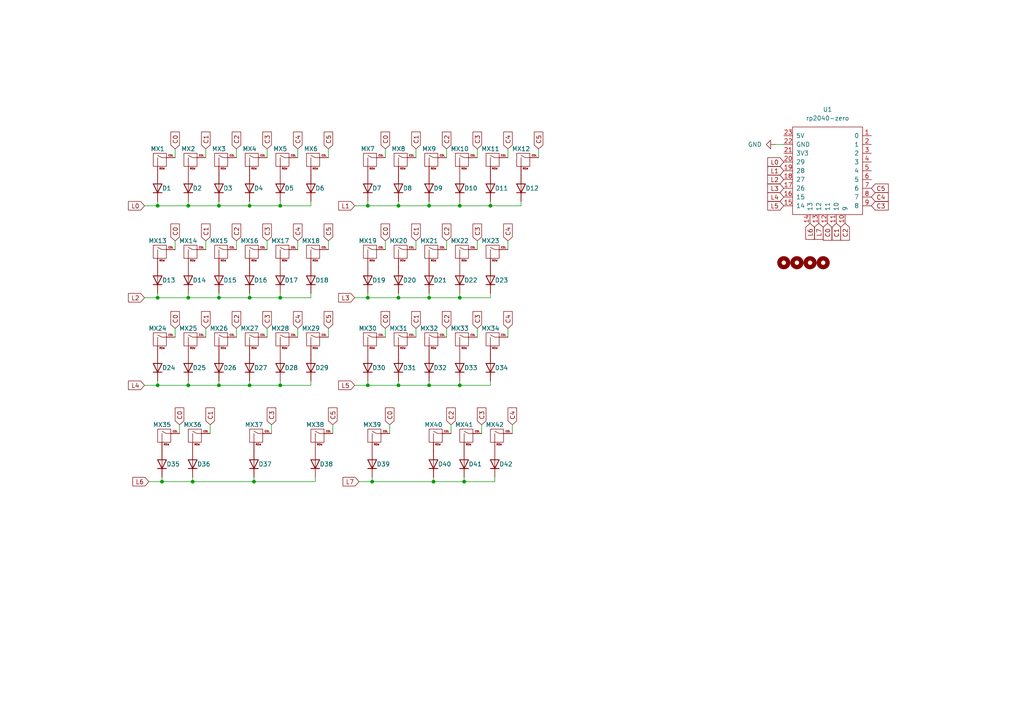
<source format=kicad_sch>
(kicad_sch (version 20230121) (generator eeschema)
  (paper "A4")
  (lib_symbols
    (symbol "Diode:1N4148" (pin_numbers hide) (pin_names hide)
      (property "Reference" "D" (at 0 2.54 0))
      (property "Value" "1N4148" (at 0 -2.54 0))
      (symbol "1N4148_0_1"
        (polyline (pts (xy -1.27 1.27) (xy -1.27 -1.27)) (stroke (width 0.254)))
        (polyline (pts (xy 1.27 0) (xy -1.27 0)))
        (polyline (pts (xy 1.27 1.27) (xy 1.27 -1.27) (xy -1.27 0) (xy 1.27 1.27)) (stroke (width 0.254)))
      )
      (symbol "1N4148_1_1"
        (pin passive line (at -3.81 0 0) (length 2.54) (name "K") (number "1"))
        (pin passive line (at 3.81 0 180) (length 2.54) (name "A") (number "2"))
      )
    )
    (symbol "Mechanical:MountingHole" (pin_names (offset 1.016))
      (property "Reference" "H" (at 0 5.08 0))
      (property "Value" "MountingHole" (at 0 3.175 0))
      (symbol "MountingHole_0_1"
        (circle (center 0 0) (radius 1.27) (stroke (width 1.27)))
      )
    )
    (symbol "PCM_0xcb:MX" (pin_names (offset 1.016))
      (property "Reference" "MX" (at -0.635 1.905 0))
      (property "Value" "MX" (at 0.635 0.635 0))
      (symbol "MX_1_0"
        (text "COL" (at 2.54 0.635 0) (effects (font (size 0.508 0.508))))
      )
      (symbol "MX_1_1"
        (polyline (pts (xy -1.27 -2.54) (xy -1.27 0)))
        (polyline (pts (xy 1.27 0) (xy 0 0) (xy -1.27 0.635)))
        (polyline (pts (xy -2.54 1.27) (xy 1.27 1.27) (xy 1.27 -2.54) (xy -2.54 -2.54) (xy -2.54 1.27)))
        (text "ROW" (at 0 -3.175 0) (effects (font (size 0.508 0.508))))
        (pin passive line (at 3.81 0 180) (length 2.54) (name "COL") (number "1"))
        (pin passive line (at -1.27 -5.08 90) (length 2.54) (name "ROW") (number "2"))
      )
    )
    (symbol "_mcu:rp2040-zero" (pin_names (offset 1.016))
      (property "Reference" "U" (at 0 15.24 0))
      (property "Value" "rp2040-zero" (at 0 12.7 0))
      (symbol "rp2040-zero_0_1"
        (rectangle (start -10.16 11.43) (end 10.16 -13.97))
      )
      (symbol "rp2040-zero_1_1"
        (pin bidirectional line (at 12.7 8.89 180) (length 2.54) (name "0") (number "1"))
        (pin bidirectional line (at 5.08 -16.51 90) (length 2.54) (name "9") (number "10"))
        (pin bidirectional line (at 2.54 -16.51 90) (length 2.54) (name "10") (number "11"))
        (pin bidirectional line (at 0 -16.51 90) (length 2.54) (name "11") (number "12"))
        (pin bidirectional line (at -2.54 -16.51 90) (length 2.54) (name "12") (number "13"))
        (pin bidirectional line (at -5.08 -16.51 90) (length 2.54) (name "13") (number "14"))
        (pin bidirectional line (at -12.7 -11.43 0) (length 2.54) (name "14") (number "15"))
        (pin bidirectional line (at -12.7 -8.89 0) (length 2.54) (name "15") (number "16"))
        (pin bidirectional line (at -12.7 -6.35 0) (length 2.54) (name "26") (number "17"))
        (pin bidirectional line (at -12.7 -3.81 0) (length 2.54) (name "27") (number "18"))
        (pin bidirectional line (at -12.7 -1.27 0) (length 2.54) (name "28") (number "19"))
        (pin bidirectional line (at 12.7 6.35 180) (length 2.54) (name "1") (number "2"))
        (pin bidirectional line (at -12.7 1.27 0) (length 2.54) (name "29") (number "20"))
        (pin power_out line (at -12.7 3.81 0) (length 2.54) (name "3V3") (number "21"))
        (pin power_out line (at -12.7 6.35 0) (length 2.54) (name "GND") (number "22"))
        (pin power_out line (at -12.7 8.89 0) (length 2.54) (name "5V") (number "23"))
        (pin bidirectional line (at 12.7 3.81 180) (length 2.54) (name "2") (number "3"))
        (pin bidirectional line (at 12.7 1.27 180) (length 2.54) (name "3") (number "4"))
        (pin bidirectional line (at 12.7 -1.27 180) (length 2.54) (name "4") (number "5"))
        (pin bidirectional line (at 12.7 -3.81 180) (length 2.54) (name "5") (number "6"))
        (pin bidirectional line (at 12.7 -6.35 180) (length 2.54) (name "6") (number "7"))
        (pin bidirectional line (at 12.7 -8.89 180) (length 2.54) (name "7") (number "8"))
        (pin bidirectional line (at 12.7 -11.43 180) (length 2.54) (name "8") (number "9"))
      )
    )
    (symbol "power:GND" (power) (pin_names (offset 0))
      (property "Value" "GND" (at 0 -3.81 0))
      (symbol "GND_0_1"
        (polyline (pts (xy 0 0) (xy 0 -1.27) (xy 1.27 -1.27) (xy 0 -2.54) (xy -1.27 -1.27) (xy 0 -1.27)))
      )
      (symbol "GND_1_1"
        (pin power_in line (at 0 0 270) (length 0) hide (name "GND") (number "1"))
      )
    )
  )
  (junction (at 63.5 59.69))
  (junction (at 133.35 111.76))
  (junction (at 54.61 86.36))
  (junction (at 107.95 139.7))
  (junction (at 106.68 86.36))
  (junction (at 81.28 86.36))
  (junction (at 124.46 86.36))
  (junction (at 81.28 59.69))
  (junction (at 45.72 59.69))
  (junction (at 115.57 86.36))
  (junction (at 54.61 59.69))
  (junction (at 133.35 59.69))
  (junction (at 115.57 111.76))
  (junction (at 46.99 139.7))
  (junction (at 106.68 59.69))
  (junction (at 63.5 111.76))
  (junction (at 45.72 111.76))
  (junction (at 124.46 111.76))
  (junction (at 106.68 111.76))
  (junction (at 124.46 59.69))
  (junction (at 115.57 59.69))
  (junction (at 72.39 86.36))
  (junction (at 45.72 86.36))
  (junction (at 54.61 111.76))
  (junction (at 134.62 139.7))
  (junction (at 73.66 139.7))
  (junction (at 142.24 59.69))
  (junction (at 63.5 86.36))
  (junction (at 81.28 111.76))
  (junction (at 72.39 59.69))
  (junction (at 125.73 139.7))
  (junction (at 72.39 111.76))
  (junction (at 133.35 86.36))
  (junction (at 55.88 139.7))
  (wire (pts (xy 50.8 69.85) (xy 50.8 72.39)))
  (wire (pts (xy 63.5 86.36) (xy 63.5 85.09)))
  (wire (pts (xy 107.95 139.7) (xy 125.73 139.7)))
  (wire (pts (xy 147.32 43.18) (xy 147.32 45.72)))
  (wire (pts (xy 54.61 111.76) (xy 63.5 111.76)))
  (wire (pts (xy 95.25 43.18) (xy 95.25 45.72)))
  (wire (pts (xy 72.39 111.76) (xy 72.39 110.49)))
  (wire (pts (xy 134.62 139.7) (xy 134.62 138.43)))
  (wire (pts (xy 86.36 43.18) (xy 86.36 45.72)))
  (wire (pts (xy 133.35 111.76) (xy 142.24 111.76)))
  (wire (pts (xy 102.87 59.69) (xy 106.68 59.69)))
  (wire (pts (xy 55.88 139.7) (xy 73.66 139.7)))
  (wire (pts (xy 107.95 139.7) (xy 107.95 138.43)))
  (wire (pts (xy 90.17 111.76) (xy 90.17 110.49)))
  (wire (pts (xy 72.39 111.76) (xy 81.28 111.76)))
  (wire (pts (xy 147.32 95.25) (xy 147.32 97.79)))
  (wire (pts (xy 81.28 59.69) (xy 81.28 58.42)))
  (wire (pts (xy 46.99 139.7) (xy 55.88 139.7)))
  (wire (pts (xy 102.87 111.76) (xy 106.68 111.76)))
  (wire (pts (xy 133.35 86.36) (xy 133.35 85.09)))
  (wire (pts (xy 86.36 95.25) (xy 86.36 97.79)))
  (wire (pts (xy 124.46 86.36) (xy 124.46 85.09)))
  (wire (pts (xy 60.96 123.19) (xy 60.96 125.73)))
  (wire (pts (xy 59.69 95.25) (xy 59.69 97.79)))
  (wire (pts (xy 63.5 111.76) (xy 63.5 110.49)))
  (wire (pts (xy 115.57 59.69) (xy 124.46 59.69)))
  (wire (pts (xy 52.07 123.19) (xy 52.07 125.73)))
  (wire (pts (xy 73.66 139.7) (xy 91.44 139.7)))
  (wire (pts (xy 50.8 95.25) (xy 50.8 97.79)))
  (wire (pts (xy 156.21 43.18) (xy 156.21 45.72)))
  (wire (pts (xy 138.43 95.25) (xy 138.43 97.79)))
  (wire (pts (xy 81.28 111.76) (xy 90.17 111.76)))
  (wire (pts (xy 72.39 86.36) (xy 72.39 85.09)))
  (wire (pts (xy 151.13 59.69) (xy 151.13 58.42)))
  (wire (pts (xy 143.51 139.7) (xy 143.51 138.43)))
  (wire (pts (xy 120.65 43.18) (xy 120.65 45.72)))
  (wire (pts (xy 124.46 111.76) (xy 124.46 110.49)))
  (wire (pts (xy 63.5 59.69) (xy 63.5 58.42)))
  (wire (pts (xy 90.17 59.69) (xy 90.17 58.42)))
  (wire (pts (xy 78.74 123.19) (xy 78.74 125.73)))
  (wire (pts (xy 45.72 111.76) (xy 45.72 110.49)))
  (wire (pts (xy 54.61 111.76) (xy 54.61 110.49)))
  (wire (pts (xy 129.54 43.18) (xy 129.54 45.72)))
  (wire (pts (xy 45.72 59.69) (xy 54.61 59.69)))
  (wire (pts (xy 106.68 111.76) (xy 115.57 111.76)))
  (wire (pts (xy 81.28 111.76) (xy 81.28 110.49)))
  (wire (pts (xy 124.46 59.69) (xy 133.35 59.69)))
  (wire (pts (xy 95.25 69.85) (xy 95.25 72.39)))
  (wire (pts (xy 129.54 69.85) (xy 129.54 72.39)))
  (wire (pts (xy 125.73 139.7) (xy 125.73 138.43)))
  (wire (pts (xy 120.65 69.85) (xy 120.65 72.39)))
  (wire (pts (xy 72.39 59.69) (xy 72.39 58.42)))
  (wire (pts (xy 68.58 43.18) (xy 68.58 45.72)))
  (wire (pts (xy 133.35 59.69) (xy 142.24 59.69)))
  (wire (pts (xy 54.61 86.36) (xy 63.5 86.36)))
  (wire (pts (xy 113.03 123.19) (xy 113.03 125.73)))
  (wire (pts (xy 111.76 95.25) (xy 111.76 97.79)))
  (wire (pts (xy 54.61 59.69) (xy 63.5 59.69)))
  (wire (pts (xy 54.61 59.69) (xy 54.61 58.42)))
  (wire (pts (xy 41.91 86.36) (xy 45.72 86.36)))
  (wire (pts (xy 45.72 111.76) (xy 54.61 111.76)))
  (wire (pts (xy 224.79 41.91) (xy 227.33 41.91)))
  (wire (pts (xy 115.57 59.69) (xy 115.57 58.42)))
  (wire (pts (xy 54.61 86.36) (xy 54.61 85.09)))
  (wire (pts (xy 124.46 59.69) (xy 124.46 58.42)))
  (wire (pts (xy 77.47 43.18) (xy 77.47 45.72)))
  (wire (pts (xy 138.43 69.85) (xy 138.43 72.39)))
  (wire (pts (xy 72.39 86.36) (xy 81.28 86.36)))
  (wire (pts (xy 142.24 59.69) (xy 151.13 59.69)))
  (wire (pts (xy 133.35 111.76) (xy 133.35 110.49)))
  (wire (pts (xy 96.52 123.19) (xy 96.52 125.73)))
  (wire (pts (xy 134.62 139.7) (xy 143.51 139.7)))
  (wire (pts (xy 115.57 86.36) (xy 124.46 86.36)))
  (wire (pts (xy 106.68 59.69) (xy 106.68 58.42)))
  (wire (pts (xy 129.54 95.25) (xy 129.54 97.79)))
  (wire (pts (xy 106.68 59.69) (xy 115.57 59.69)))
  (wire (pts (xy 68.58 95.25) (xy 68.58 97.79)))
  (wire (pts (xy 90.17 86.36) (xy 90.17 85.09)))
  (wire (pts (xy 73.66 139.7) (xy 73.66 138.43)))
  (wire (pts (xy 130.81 123.19) (xy 130.81 125.73)))
  (wire (pts (xy 59.69 43.18) (xy 59.69 45.72)))
  (wire (pts (xy 95.25 95.25) (xy 95.25 97.79)))
  (wire (pts (xy 45.72 86.36) (xy 45.72 85.09)))
  (wire (pts (xy 77.47 69.85) (xy 77.47 72.39)))
  (wire (pts (xy 120.65 95.25) (xy 120.65 97.79)))
  (wire (pts (xy 45.72 59.69) (xy 45.72 58.42)))
  (wire (pts (xy 142.24 111.76) (xy 142.24 110.49)))
  (wire (pts (xy 81.28 59.69) (xy 90.17 59.69)))
  (wire (pts (xy 91.44 139.7) (xy 91.44 138.43)))
  (wire (pts (xy 142.24 86.36) (xy 142.24 85.09)))
  (wire (pts (xy 106.68 86.36) (xy 115.57 86.36)))
  (wire (pts (xy 147.32 69.85) (xy 147.32 72.39)))
  (wire (pts (xy 72.39 59.69) (xy 81.28 59.69)))
  (wire (pts (xy 68.58 69.85) (xy 68.58 72.39)))
  (wire (pts (xy 63.5 59.69) (xy 72.39 59.69)))
  (wire (pts (xy 50.8 43.18) (xy 50.8 45.72)))
  (wire (pts (xy 142.24 59.69) (xy 142.24 58.42)))
  (wire (pts (xy 63.5 86.36) (xy 72.39 86.36)))
  (wire (pts (xy 124.46 86.36) (xy 133.35 86.36)))
  (wire (pts (xy 102.87 86.36) (xy 106.68 86.36)))
  (wire (pts (xy 125.73 139.7) (xy 134.62 139.7)))
  (wire (pts (xy 124.46 111.76) (xy 133.35 111.76)))
  (wire (pts (xy 81.28 86.36) (xy 90.17 86.36)))
  (wire (pts (xy 133.35 59.69) (xy 133.35 58.42)))
  (wire (pts (xy 77.47 95.25) (xy 77.47 97.79)))
  (wire (pts (xy 138.43 43.18) (xy 138.43 45.72)))
  (wire (pts (xy 81.28 86.36) (xy 81.28 85.09)))
  (wire (pts (xy 45.72 86.36) (xy 54.61 86.36)))
  (wire (pts (xy 104.14 139.7) (xy 107.95 139.7)))
  (wire (pts (xy 106.68 86.36) (xy 106.68 85.09)))
  (wire (pts (xy 106.68 111.76) (xy 106.68 110.49)))
  (wire (pts (xy 46.99 139.7) (xy 46.99 138.43)))
  (wire (pts (xy 86.36 69.85) (xy 86.36 72.39)))
  (wire (pts (xy 63.5 111.76) (xy 72.39 111.76)))
  (wire (pts (xy 59.69 69.85) (xy 59.69 72.39)))
  (wire (pts (xy 41.91 59.69) (xy 45.72 59.69)))
  (wire (pts (xy 111.76 69.85) (xy 111.76 72.39)))
  (wire (pts (xy 115.57 111.76) (xy 124.46 111.76)))
  (wire (pts (xy 115.57 111.76) (xy 115.57 110.49)))
  (wire (pts (xy 115.57 86.36) (xy 115.57 85.09)))
  (wire (pts (xy 41.91 111.76) (xy 45.72 111.76)))
  (wire (pts (xy 148.59 123.19) (xy 148.59 125.73)))
  (wire (pts (xy 133.35 86.36) (xy 142.24 86.36)))
  (wire (pts (xy 55.88 139.7) (xy 55.88 138.43)))
  (wire (pts (xy 139.7 123.19) (xy 139.7 125.73)))
  (wire (pts (xy 43.18 139.7) (xy 46.99 139.7)))
  (wire (pts (xy 111.76 43.18) (xy 111.76 45.72)))
  (global_label "C4" (shape input) (at 86.36 95.25 90) (property "Intersheetrefs" "${INTERSHEET_REFS}" (effects hide)))
  (global_label "C1" (shape input) (at 120.65 43.18 90) (property "Intersheetrefs" "${INTERSHEET_REFS}" (effects hide)))
  (global_label "C5" (shape input) (at 156.21 43.18 90) (property "Intersheetrefs" "${INTERSHEET_REFS}" (effects hide)))
  (global_label "C3" (shape input) (at 139.7 123.19 90) (property "Intersheetrefs" "${INTERSHEET_REFS}" (effects hide)))
  (global_label "C5" (shape input) (at 252.73 54.61 0) (property "Intersheetrefs" "${INTERSHEET_REFS}" (effects hide)))
  (global_label "C3" (shape input) (at 138.43 95.25 90) (property "Intersheetrefs" "${INTERSHEET_REFS}" (effects hide)))
  (global_label "C3" (shape input) (at 138.43 43.18 90) (property "Intersheetrefs" "${INTERSHEET_REFS}" (effects hide)))
  (global_label "C1" (shape input) (at 59.69 95.25 90) (property "Intersheetrefs" "${INTERSHEET_REFS}" (effects hide)))
  (global_label "C0" (shape input) (at 52.07 123.19 90) (property "Intersheetrefs" "${INTERSHEET_REFS}" (effects hide)))
  (global_label "C5" (shape input) (at 95.25 69.85 90) (property "Intersheetrefs" "${INTERSHEET_REFS}" (effects hide)))
  (global_label "C2" (shape input) (at 245.11 64.77 270) (property "Intersheetrefs" "${INTERSHEET_REFS}" (effects hide)))
  (global_label "L5" (shape input) (at 102.87 111.76 180) (property "Intersheetrefs" "${INTERSHEET_REFS}" (effects hide)))
  (global_label "C2" (shape input) (at 129.54 69.85 90) (property "Intersheetrefs" "${INTERSHEET_REFS}" (effects hide)))
  (global_label "C1" (shape input) (at 120.65 95.25 90) (property "Intersheetrefs" "${INTERSHEET_REFS}" (effects hide)))
  (global_label "C4" (shape input) (at 147.32 43.18 90) (property "Intersheetrefs" "${INTERSHEET_REFS}" (effects hide)))
  (global_label "C0" (shape input) (at 111.76 95.25 90) (property "Intersheetrefs" "${INTERSHEET_REFS}" (effects hide)))
  (global_label "L7" (shape input) (at 104.14 139.7 180) (property "Intersheetrefs" "${INTERSHEET_REFS}" (effects hide)))
  (global_label "C3" (shape input) (at 252.73 59.69 0) (property "Intersheetrefs" "${INTERSHEET_REFS}" (effects hide)))
  (global_label "C3" (shape input) (at 78.74 123.19 90) (property "Intersheetrefs" "${INTERSHEET_REFS}" (effects hide)))
  (global_label "C3" (shape input) (at 77.47 69.85 90) (property "Intersheetrefs" "${INTERSHEET_REFS}" (effects hide)))
  (global_label "C5" (shape input) (at 95.25 95.25 90) (property "Intersheetrefs" "${INTERSHEET_REFS}" (effects hide)))
  (global_label "L6" (shape input) (at 43.18 139.7 180) (property "Intersheetrefs" "${INTERSHEET_REFS}" (effects hide)))
  (global_label "C5" (shape input) (at 96.52 123.19 90) (property "Intersheetrefs" "${INTERSHEET_REFS}" (effects hide)))
  (global_label "L1" (shape input) (at 102.87 59.69 180) (property "Intersheetrefs" "${INTERSHEET_REFS}" (effects hide)))
  (global_label "C3" (shape input) (at 77.47 95.25 90) (property "Intersheetrefs" "${INTERSHEET_REFS}" (effects hide)))
  (global_label "L0" (shape input) (at 41.91 59.69 180) (property "Intersheetrefs" "${INTERSHEET_REFS}" (effects hide)))
  (global_label "C2" (shape input) (at 68.58 43.18 90) (property "Intersheetrefs" "${INTERSHEET_REFS}" (effects hide)))
  (global_label "L7" (shape input) (at 237.49 64.77 270) (property "Intersheetrefs" "${INTERSHEET_REFS}" (effects hide)))
  (global_label "C3" (shape input) (at 138.43 69.85 90) (property "Intersheetrefs" "${INTERSHEET_REFS}" (effects hide)))
  (global_label "C0" (shape input) (at 111.76 43.18 90) (property "Intersheetrefs" "${INTERSHEET_REFS}" (effects hide)))
  (global_label "C4" (shape input) (at 86.36 43.18 90) (property "Intersheetrefs" "${INTERSHEET_REFS}" (effects hide)))
  (global_label "C1" (shape input) (at 60.96 123.19 90) (property "Intersheetrefs" "${INTERSHEET_REFS}" (effects hide)))
  (global_label "L1" (shape input) (at 227.33 49.53 180) (property "Intersheetrefs" "${INTERSHEET_REFS}" (effects hide)))
  (global_label "C0" (shape input) (at 50.8 95.25 90) (property "Intersheetrefs" "${INTERSHEET_REFS}" (effects hide)))
  (global_label "C4" (shape input) (at 148.59 123.19 90) (property "Intersheetrefs" "${INTERSHEET_REFS}" (effects hide)))
  (global_label "C2" (shape input) (at 129.54 43.18 90) (property "Intersheetrefs" "${INTERSHEET_REFS}" (effects hide)))
  (global_label "C0" (shape input) (at 240.03 64.77 270) (property "Intersheetrefs" "${INTERSHEET_REFS}" (effects hide)))
  (global_label "C0" (shape input) (at 50.8 69.85 90) (property "Intersheetrefs" "${INTERSHEET_REFS}" (effects hide)))
  (global_label "C1" (shape input) (at 120.65 69.85 90) (property "Intersheetrefs" "${INTERSHEET_REFS}" (effects hide)))
  (global_label "C1" (shape input) (at 59.69 43.18 90) (property "Intersheetrefs" "${INTERSHEET_REFS}" (effects hide)))
  (global_label "L4" (shape input) (at 227.33 57.15 180) (property "Intersheetrefs" "${INTERSHEET_REFS}" (effects hide)))
  (global_label "L4" (shape input) (at 41.91 111.76 180) (property "Intersheetrefs" "${INTERSHEET_REFS}" (effects hide)))
  (global_label "L5" (shape input) (at 227.33 59.69 180) (property "Intersheetrefs" "${INTERSHEET_REFS}" (effects hide)))
  (global_label "C4" (shape input) (at 86.36 69.85 90) (property "Intersheetrefs" "${INTERSHEET_REFS}" (effects hide)))
  (global_label "C1" (shape input) (at 59.69 69.85 90) (property "Intersheetrefs" "${INTERSHEET_REFS}" (effects hide)))
  (global_label "L3" (shape input) (at 227.33 54.61 180) (property "Intersheetrefs" "${INTERSHEET_REFS}" (effects hide)))
  (global_label "C0" (shape input) (at 113.03 123.19 90) (property "Intersheetrefs" "${INTERSHEET_REFS}" (effects hide)))
  (global_label "C2" (shape input) (at 129.54 95.25 90) (property "Intersheetrefs" "${INTERSHEET_REFS}" (effects hide)))
  (global_label "C0" (shape input) (at 50.8 43.18 90) (property "Intersheetrefs" "${INTERSHEET_REFS}" (effects hide)))
  (global_label "C3" (shape input) (at 77.47 43.18 90) (property "Intersheetrefs" "${INTERSHEET_REFS}" (effects hide)))
  (global_label "L0" (shape input) (at 227.33 46.99 180) (property "Intersheetrefs" "${INTERSHEET_REFS}" (effects hide)))
  (global_label "C0" (shape input) (at 111.76 69.85 90) (property "Intersheetrefs" "${INTERSHEET_REFS}" (effects hide)))
  (global_label "C1" (shape input) (at 242.57 64.77 270) (property "Intersheetrefs" "${INTERSHEET_REFS}" (effects hide)))
  (global_label "L2" (shape input) (at 41.91 86.36 180) (property "Intersheetrefs" "${INTERSHEET_REFS}" (effects hide)))
  (global_label "L2" (shape input) (at 227.33 52.07 180) (property "Intersheetrefs" "${INTERSHEET_REFS}" (effects hide)))
  (global_label "C5" (shape input) (at 95.25 43.18 90) (property "Intersheetrefs" "${INTERSHEET_REFS}" (effects hide)))
  (global_label "C2" (shape input) (at 68.58 95.25 90) (property "Intersheetrefs" "${INTERSHEET_REFS}" (effects hide)))
  (global_label "L6" (shape input) (at 234.95 64.77 270) (property "Intersheetrefs" "${INTERSHEET_REFS}" (effects hide)))
  (global_label "C4" (shape input) (at 252.73 57.15 0) (property "Intersheetrefs" "${INTERSHEET_REFS}" (effects hide)))
  (global_label "C2" (shape input) (at 130.81 123.19 90) (property "Intersheetrefs" "${INTERSHEET_REFS}" (effects hide)))
  (global_label "C2" (shape input) (at 68.58 69.85 90) (property "Intersheetrefs" "${INTERSHEET_REFS}" (effects hide)))
  (global_label "C4" (shape input) (at 147.32 69.85 90) (property "Intersheetrefs" "${INTERSHEET_REFS}" (effects hide)))
  (global_label "L3" (shape input) (at 102.87 86.36 180) (property "Intersheetrefs" "${INTERSHEET_REFS}" (effects hide)))
  (global_label "C4" (shape input) (at 147.32 95.25 90) (property "Intersheetrefs" "${INTERSHEET_REFS}" (effects hide)))
  (symbol (lib_id "PCM_0xcb:MX") (at 46.99 97.79 0) (unit 1)
    (property "Reference" "MX24" (at 45.72 95.25 0))
    (property "Value" "MX" (effects hide))
    (property "Footprint" "_mx:MX-Alps-Hybrid-1.25U" (effects hide))
  )
  (symbol (lib_id "Diode:1N4148") (at 54.61 54.61 90) (unit 1)
    (property "Reference" "D2" (at 55.88 54.61 90) (effects (justify right)))
    (property "Value" "1N4148" (effects hide))
    (property "Footprint" "Diode_THT:D_DO-35_SOD27_P7.62mm_Horizontal" (effects hide))
    (property "Datasheet" "https://assets.nexperia.com/documents/data-sheet/1N4148_1N4448.pdf" (effects hide))
    (property "Sim.Device" "D" (effects hide))
    (property "Sim.Pins" "1=K 2=A" (effects hide))
  )
  (symbol (lib_id "Diode:1N4148") (at 45.72 81.28 90) (unit 1)
    (property "Reference" "D13" (at 46.99 81.28 90) (effects (justify right)))
    (property "Value" "1N4148" (effects hide))
    (property "Footprint" "Diode_THT:D_DO-35_SOD27_P7.62mm_Horizontal" (effects hide))
    (property "Datasheet" "https://assets.nexperia.com/documents/data-sheet/1N4148_1N4448.pdf" (effects hide))
    (property "Sim.Device" "D" (effects hide))
    (property "Sim.Pins" "1=K 2=A" (effects hide))
  )
  (symbol (lib_id "_mcu:rp2040-zero") (at 240.03 48.26 0) (unit 1)
    (property "Reference" "U1" (at 240.03 31.75 0))
    (property "Value" "rp2040-zero" (at 240.03 34.29 0))
    (property "Footprint" "_mcu:rp2040-zero-tht" (effects hide))
  )
  (symbol (lib_id "Diode:1N4148") (at 133.35 106.68 90) (unit 1)
    (property "Reference" "D33" (at 134.62 106.68 90) (effects (justify right)))
    (property "Value" "1N4148" (effects hide))
    (property "Footprint" "Diode_THT:D_DO-35_SOD27_P7.62mm_Horizontal" (effects hide))
    (property "Datasheet" "https://assets.nexperia.com/documents/data-sheet/1N4148_1N4448.pdf" (effects hide))
    (property "Sim.Device" "D" (effects hide))
    (property "Sim.Pins" "1=K 2=A" (effects hide))
  )
  (symbol (lib_id "PCM_0xcb:MX") (at 64.77 72.39 0) (unit 1)
    (property "Reference" "MX15" (at 63.5 69.85 0))
    (property "Value" "MX" (effects hide))
    (property "Footprint" "_mx:MX-Alps-Hybrid-1U" (effects hide))
  )
  (symbol (lib_id "PCM_0xcb:MX") (at 107.95 45.72 0) (unit 1)
    (property "Reference" "MX7" (at 106.68 43.18 0))
    (property "Value" "MX" (effects hide))
    (property "Footprint" "_mx:MX-Alps-Hybrid-1U" (effects hide))
  )
  (symbol (lib_id "PCM_0xcb:MX") (at 73.66 45.72 0) (unit 1)
    (property "Reference" "MX4" (at 72.39 43.18 0))
    (property "Value" "MX" (effects hide))
    (property "Footprint" "_mx:MX-Alps-Hybrid-1U" (effects hide))
  )
  (symbol (lib_id "Diode:1N4148") (at 54.61 106.68 90) (unit 1)
    (property "Reference" "D25" (at 55.88 106.68 90) (effects (justify right)))
    (property "Value" "1N4148" (effects hide))
    (property "Footprint" "Diode_THT:D_DO-35_SOD27_P7.62mm_Horizontal" (effects hide))
    (property "Datasheet" "https://assets.nexperia.com/documents/data-sheet/1N4148_1N4448.pdf" (effects hide))
    (property "Sim.Device" "D" (effects hide))
    (property "Sim.Pins" "1=K 2=A" (effects hide))
  )
  (symbol (lib_id "Diode:1N4148") (at 63.5 81.28 90) (unit 1)
    (property "Reference" "D15" (at 64.77 81.28 90) (effects (justify right)))
    (property "Value" "1N4148" (effects hide))
    (property "Footprint" "Diode_THT:D_DO-35_SOD27_P7.62mm_Horizontal" (effects hide))
    (property "Datasheet" "https://assets.nexperia.com/documents/data-sheet/1N4148_1N4448.pdf" (effects hide))
    (property "Sim.Device" "D" (effects hide))
    (property "Sim.Pins" "1=K 2=A" (effects hide))
  )
  (symbol (lib_id "PCM_0xcb:MX") (at 92.71 125.73 0) (unit 1)
    (property "Reference" "MX38" (at 91.44 123.19 0))
    (property "Value" "MX" (effects hide))
    (property "Footprint" "_mx:MX-Alps-Hybrid-1U" (effects hide))
  )
  (symbol (lib_id "Diode:1N4148") (at 81.28 81.28 90) (unit 1)
    (property "Reference" "D17" (at 82.55 81.28 90) (effects (justify right)))
    (property "Value" "1N4148" (effects hide))
    (property "Footprint" "Diode_THT:D_DO-35_SOD27_P7.62mm_Horizontal" (effects hide))
    (property "Datasheet" "https://assets.nexperia.com/documents/data-sheet/1N4148_1N4448.pdf" (effects hide))
    (property "Sim.Device" "D" (effects hide))
    (property "Sim.Pins" "1=K 2=A" (effects hide))
  )
  (symbol (lib_id "Diode:1N4148") (at 142.24 81.28 90) (unit 1)
    (property "Reference" "D23" (at 143.51 81.28 90) (effects (justify right)))
    (property "Value" "1N4148" (effects hide))
    (property "Footprint" "Diode_THT:D_DO-35_SOD27_P7.62mm_Horizontal" (effects hide))
    (property "Datasheet" "https://assets.nexperia.com/documents/data-sheet/1N4148_1N4448.pdf" (effects hide))
    (property "Sim.Device" "D" (effects hide))
    (property "Sim.Pins" "1=K 2=A" (effects hide))
  )
  (symbol (lib_id "Diode:1N4148") (at 134.62 134.62 90) (unit 1)
    (property "Reference" "D41" (at 135.89 134.62 90) (effects (justify right)))
    (property "Value" "1N4148" (effects hide))
    (property "Footprint" "Diode_THT:D_DO-35_SOD27_P7.62mm_Horizontal" (effects hide))
    (property "Datasheet" "https://assets.nexperia.com/documents/data-sheet/1N4148_1N4448.pdf" (effects hide))
    (property "Sim.Device" "D" (effects hide))
    (property "Sim.Pins" "1=K 2=A" (effects hide))
  )
  (symbol (lib_id "PCM_0xcb:MX") (at 46.99 45.72 0) (unit 1)
    (property "Reference" "MX1" (at 45.72 43.18 0))
    (property "Value" "MX" (effects hide))
    (property "Footprint" "_mx:MX-Alps-Hybrid-1U" (effects hide))
  )
  (symbol (lib_id "Diode:1N4148") (at 46.99 134.62 90) (unit 1)
    (property "Reference" "D35" (at 48.26 134.62 90) (effects (justify right)))
    (property "Value" "1N4148" (effects hide))
    (property "Footprint" "Diode_THT:D_DO-35_SOD27_P7.62mm_Horizontal" (effects hide))
    (property "Datasheet" "https://assets.nexperia.com/documents/data-sheet/1N4148_1N4448.pdf" (effects hide))
    (property "Sim.Device" "D" (effects hide))
    (property "Sim.Pins" "1=K 2=A" (effects hide))
  )
  (symbol (lib_id "Diode:1N4148") (at 72.39 81.28 90) (unit 1)
    (property "Reference" "D16" (at 73.66 81.28 90) (effects (justify right)))
    (property "Value" "1N4148" (effects hide))
    (property "Footprint" "Diode_THT:D_DO-35_SOD27_P7.62mm_Horizontal" (effects hide))
    (property "Datasheet" "https://assets.nexperia.com/documents/data-sheet/1N4148_1N4448.pdf" (effects hide))
    (property "Sim.Device" "D" (effects hide))
    (property "Sim.Pins" "1=K 2=A" (effects hide))
  )
  (symbol (lib_id "PCM_0xcb:MX") (at 125.73 45.72 0) (unit 1)
    (property "Reference" "MX9" (at 124.46 43.18 0))
    (property "Value" "MX" (effects hide))
    (property "Footprint" "_mx:MX-Alps-Hybrid-1U" (effects hide))
  )
  (symbol (lib_id "PCM_0xcb:MX") (at 64.77 97.79 0) (unit 1)
    (property "Reference" "MX26" (at 63.5 95.25 0))
    (property "Value" "MX" (effects hide))
    (property "Footprint" "_mx:MX-Alps-Hybrid-1U" (effects hide))
  )
  (symbol (lib_id "PCM_0xcb:MX") (at 134.62 45.72 0) (unit 1)
    (property "Reference" "MX10" (at 133.35 43.18 0))
    (property "Value" "MX" (effects hide))
    (property "Footprint" "_mx:MX-Alps-Hybrid-1U" (effects hide))
  )
  (symbol (lib_id "Diode:1N4148") (at 73.66 134.62 90) (unit 1)
    (property "Reference" "D37" (at 74.93 134.62 90) (effects (justify right)))
    (property "Value" "1N4148" (effects hide))
    (property "Footprint" "Diode_THT:D_DO-35_SOD27_P7.62mm_Horizontal" (effects hide))
    (property "Datasheet" "https://assets.nexperia.com/documents/data-sheet/1N4148_1N4448.pdf" (effects hide))
    (property "Sim.Device" "D" (effects hide))
    (property "Sim.Pins" "1=K 2=A" (effects hide))
  )
  (symbol (lib_id "Diode:1N4148") (at 115.57 54.61 90) (unit 1)
    (property "Reference" "D8" (at 116.84 54.61 90) (effects (justify right)))
    (property "Value" "1N4148" (effects hide))
    (property "Footprint" "Diode_THT:D_DO-35_SOD27_P7.62mm_Horizontal" (effects hide))
    (property "Datasheet" "https://assets.nexperia.com/documents/data-sheet/1N4148_1N4448.pdf" (effects hide))
    (property "Sim.Device" "D" (effects hide))
    (property "Sim.Pins" "1=K 2=A" (effects hide))
  )
  (symbol (lib_id "Diode:1N4148") (at 63.5 54.61 90) (unit 1)
    (property "Reference" "D3" (at 64.77 54.61 90) (effects (justify right)))
    (property "Value" "1N4148" (effects hide))
    (property "Footprint" "Diode_THT:D_DO-35_SOD27_P7.62mm_Horizontal" (effects hide))
    (property "Datasheet" "https://assets.nexperia.com/documents/data-sheet/1N4148_1N4448.pdf" (effects hide))
    (property "Sim.Device" "D" (effects hide))
    (property "Sim.Pins" "1=K 2=A" (effects hide))
  )
  (symbol (lib_id "PCM_0xcb:MX") (at 116.84 72.39 0) (unit 1)
    (property "Reference" "MX20" (at 115.57 69.85 0))
    (property "Value" "MX" (effects hide))
    (property "Footprint" "_mx:MX-Alps-Hybrid-1U" (effects hide))
  )
  (symbol (lib_id "Diode:1N4148") (at 91.44 134.62 90) (unit 1)
    (property "Reference" "D38" (at 92.71 134.62 90) (effects (justify right)))
    (property "Value" "1N4148" (effects hide))
    (property "Footprint" "Diode_THT:D_DO-35_SOD27_P7.62mm_Horizontal" (effects hide))
    (property "Datasheet" "https://assets.nexperia.com/documents/data-sheet/1N4148_1N4448.pdf" (effects hide))
    (property "Sim.Device" "D" (effects hide))
    (property "Sim.Pins" "1=K 2=A" (effects hide))
  )
  (symbol (lib_id "PCM_0xcb:MX") (at 143.51 97.79 0) (unit 1)
    (property "Reference" "MX34" (at 142.24 95.25 0))
    (property "Value" "MX" (effects hide))
    (property "Footprint" "_mx:MX-Alps-Hybrid-1.25U" (effects hide))
  )
  (symbol (lib_id "PCM_0xcb:MX") (at 82.55 45.72 0) (unit 1)
    (property "Reference" "MX5" (at 81.28 43.18 0))
    (property "Value" "MX" (effects hide))
    (property "Footprint" "_mx:MX-Alps-Hybrid-1U" (effects hide))
  )
  (symbol (lib_id "power:GND") (at 224.79 41.91 270) (unit 1)
    (property "Reference" "#PWR01" (effects hide))
    (property "Value" "GND" (at 220.98 41.91 90) (effects (justify right)))
  )
  (symbol (lib_id "PCM_0xcb:MX") (at 55.88 97.79 0) (unit 1)
    (property "Reference" "MX25" (at 54.61 95.25 0))
    (property "Value" "MX" (effects hide))
    (property "Footprint" "_mx:MX-Alps-Hybrid-1U" (effects hide))
  )
  (symbol (lib_id "Mechanical:MountingHole") (at 234.95 76.2 0) (unit 1)
    (property "Reference" "H3" (effects hide))
    (property "Value" "MountingHole" (effects hide))
    (property "Footprint" "MountingHole:MountingHole_2.2mm_M2" (effects hide))
  )
  (symbol (lib_id "PCM_0xcb:MX") (at 109.22 125.73 0) (unit 1)
    (property "Reference" "MX39" (at 107.95 123.19 0))
    (property "Value" "MX" (effects hide))
    (property "Footprint" "_mx:MX-Alps-Hybrid-2.25U-ReversedStabilizers" (effects hide))
  )
  (symbol (lib_id "Diode:1N4148") (at 143.51 134.62 90) (unit 1)
    (property "Reference" "D42" (at 144.78 134.62 90) (effects (justify right)))
    (property "Value" "1N4148" (effects hide))
    (property "Footprint" "Diode_THT:D_DO-35_SOD27_P7.62mm_Horizontal" (effects hide))
    (property "Datasheet" "https://assets.nexperia.com/documents/data-sheet/1N4148_1N4448.pdf" (effects hide))
    (property "Sim.Device" "D" (effects hide))
    (property "Sim.Pins" "1=K 2=A" (effects hide))
  )
  (symbol (lib_id "PCM_0xcb:MX") (at 107.95 97.79 0) (unit 1)
    (property "Reference" "MX30" (at 106.68 95.25 0))
    (property "Value" "MX" (effects hide))
    (property "Footprint" "_mx:MX-Alps-Hybrid-1U" (effects hide))
  )
  (symbol (lib_id "PCM_0xcb:MX") (at 143.51 45.72 0) (unit 1)
    (property "Reference" "MX11" (at 142.24 43.18 0))
    (property "Value" "MX" (effects hide))
    (property "Footprint" "_mx:MX-Alps-Hybrid-1U" (effects hide))
  )
  (symbol (lib_id "PCM_0xcb:MX") (at 125.73 72.39 0) (unit 1)
    (property "Reference" "MX21" (at 124.46 69.85 0))
    (property "Value" "MX" (effects hide))
    (property "Footprint" "_mx:MX-Alps-Hybrid-1U" (effects hide))
  )
  (symbol (lib_id "Diode:1N4148") (at 115.57 106.68 90) (unit 1)
    (property "Reference" "D31" (at 116.84 106.68 90) (effects (justify right)))
    (property "Value" "1N4148" (effects hide))
    (property "Footprint" "Diode_THT:D_DO-35_SOD27_P7.62mm_Horizontal" (effects hide))
    (property "Datasheet" "https://assets.nexperia.com/documents/data-sheet/1N4148_1N4448.pdf" (effects hide))
    (property "Sim.Device" "D" (effects hide))
    (property "Sim.Pins" "1=K 2=A" (effects hide))
  )
  (symbol (lib_id "Diode:1N4148") (at 45.72 106.68 90) (unit 1)
    (property "Reference" "D24" (at 46.99 106.68 90) (effects (justify right)))
    (property "Value" "1N4148" (effects hide))
    (property "Footprint" "Diode_THT:D_DO-35_SOD27_P7.62mm_Horizontal" (effects hide))
    (property "Datasheet" "https://assets.nexperia.com/documents/data-sheet/1N4148_1N4448.pdf" (effects hide))
    (property "Sim.Device" "D" (effects hide))
    (property "Sim.Pins" "1=K 2=A" (effects hide))
  )
  (symbol (lib_id "Diode:1N4148") (at 90.17 54.61 90) (unit 1)
    (property "Reference" "D6" (at 91.44 54.61 90) (effects (justify right)))
    (property "Value" "1N4148" (effects hide))
    (property "Footprint" "Diode_THT:D_DO-35_SOD27_P7.62mm_Horizontal" (effects hide))
    (property "Datasheet" "https://assets.nexperia.com/documents/data-sheet/1N4148_1N4448.pdf" (effects hide))
    (property "Sim.Device" "D" (effects hide))
    (property "Sim.Pins" "1=K 2=A" (effects hide))
  )
  (symbol (lib_id "PCM_0xcb:MX") (at 152.4 45.72 0) (unit 1)
    (property "Reference" "MX12" (at 151.13 43.18 0))
    (property "Value" "MX" (effects hide))
    (property "Footprint" "_mx:MX-Alps-Hybrid-ISO" (effects hide))
  )
  (symbol (lib_id "Diode:1N4148") (at 142.24 106.68 90) (unit 1)
    (property "Reference" "D34" (at 143.51 106.68 90) (effects (justify right)))
    (property "Value" "1N4148" (effects hide))
    (property "Footprint" "Diode_THT:D_DO-35_SOD27_P7.62mm_Horizontal" (effects hide))
    (property "Datasheet" "https://assets.nexperia.com/documents/data-sheet/1N4148_1N4448.pdf" (effects hide))
    (property "Sim.Device" "D" (effects hide))
    (property "Sim.Pins" "1=K 2=A" (effects hide))
  )
  (symbol (lib_id "PCM_0xcb:MX") (at 116.84 45.72 0) (unit 1)
    (property "Reference" "MX8" (at 115.57 43.18 0))
    (property "Value" "MX" (effects hide))
    (property "Footprint" "_mx:MX-Alps-Hybrid-1U" (effects hide))
  )
  (symbol (lib_id "PCM_0xcb:MX") (at 55.88 72.39 0) (unit 1)
    (property "Reference" "MX14" (at 54.61 69.85 0))
    (property "Value" "MX" (effects hide))
    (property "Footprint" "_mx:MX-Alps-Hybrid-1U" (effects hide))
  )
  (symbol (lib_id "PCM_0xcb:MX") (at 91.44 45.72 0) (unit 1)
    (property "Reference" "MX6" (at 90.17 43.18 0))
    (property "Value" "MX" (effects hide))
    (property "Footprint" "_mx:MX-Alps-Hybrid-1U" (effects hide))
  )
  (symbol (lib_id "Diode:1N4148") (at 133.35 81.28 90) (unit 1)
    (property "Reference" "D22" (at 134.62 81.28 90) (effects (justify right)))
    (property "Value" "1N4148" (effects hide))
    (property "Footprint" "Diode_THT:D_DO-35_SOD27_P7.62mm_Horizontal" (effects hide))
    (property "Datasheet" "https://assets.nexperia.com/documents/data-sheet/1N4148_1N4448.pdf" (effects hide))
    (property "Sim.Device" "D" (effects hide))
    (property "Sim.Pins" "1=K 2=A" (effects hide))
  )
  (symbol (lib_id "Diode:1N4148") (at 45.72 54.61 90) (unit 1)
    (property "Reference" "D1" (at 46.99 54.61 90) (effects (justify right)))
    (property "Value" "1N4148" (effects hide))
    (property "Footprint" "Diode_THT:D_DO-35_SOD27_P7.62mm_Horizontal" (effects hide))
    (property "Datasheet" "https://assets.nexperia.com/documents/data-sheet/1N4148_1N4448.pdf" (effects hide))
    (property "Sim.Device" "D" (effects hide))
    (property "Sim.Pins" "1=K 2=A" (effects hide))
  )
  (symbol (lib_id "PCM_0xcb:MX") (at 134.62 97.79 0) (unit 1)
    (property "Reference" "MX33" (at 133.35 95.25 0))
    (property "Value" "MX" (effects hide))
    (property "Footprint" "_mx:MX-Alps-Hybrid-1U" (effects hide))
  )
  (symbol (lib_id "Diode:1N4148") (at 90.17 81.28 90) (unit 1)
    (property "Reference" "D18" (at 91.44 81.28 90) (effects (justify right)))
    (property "Value" "1N4148" (effects hide))
    (property "Footprint" "Diode_THT:D_DO-35_SOD27_P7.62mm_Horizontal" (effects hide))
    (property "Datasheet" "https://assets.nexperia.com/documents/data-sheet/1N4148_1N4448.pdf" (effects hide))
    (property "Sim.Device" "D" (effects hide))
    (property "Sim.Pins" "1=K 2=A" (effects hide))
  )
  (symbol (lib_id "PCM_0xcb:MX") (at 46.99 72.39 0) (unit 1)
    (property "Reference" "MX13" (at 45.72 69.85 0))
    (property "Value" "MX" (effects hide))
    (property "Footprint" "_mx:MX-Alps-Hybrid-1.25U" (effects hide))
  )
  (symbol (lib_id "Diode:1N4148") (at 106.68 54.61 90) (unit 1)
    (property "Reference" "D7" (at 107.95 54.61 90) (effects (justify right)))
    (property "Value" "1N4148" (effects hide))
    (property "Footprint" "Diode_THT:D_DO-35_SOD27_P7.62mm_Horizontal" (effects hide))
    (property "Datasheet" "https://assets.nexperia.com/documents/data-sheet/1N4148_1N4448.pdf" (effects hide))
    (property "Sim.Device" "D" (effects hide))
    (property "Sim.Pins" "1=K 2=A" (effects hide))
  )
  (symbol (lib_id "PCM_0xcb:MX") (at 144.78 125.73 0) (unit 1)
    (property "Reference" "MX42" (at 143.51 123.19 0))
    (property "Value" "MX" (effects hide))
    (property "Footprint" "_mx:MX-Alps-Hybrid-1U" (effects hide))
  )
  (symbol (lib_id "PCM_0xcb:MX") (at 91.44 97.79 0) (unit 1)
    (property "Reference" "MX29" (at 90.17 95.25 0))
    (property "Value" "MX" (effects hide))
    (property "Footprint" "_mx:MX-Alps-Hybrid-1U" (effects hide))
  )
  (symbol (lib_id "PCM_0xcb:MX") (at 107.95 72.39 0) (unit 1)
    (property "Reference" "MX19" (at 106.68 69.85 0))
    (property "Value" "MX" (effects hide))
    (property "Footprint" "_mx:MX-Alps-Hybrid-1U" (effects hide))
  )
  (symbol (lib_id "Diode:1N4148") (at 133.35 54.61 90) (unit 1)
    (property "Reference" "D10" (at 134.62 54.61 90) (effects (justify right)))
    (property "Value" "1N4148" (effects hide))
    (property "Footprint" "Diode_THT:D_DO-35_SOD27_P7.62mm_Horizontal" (effects hide))
    (property "Datasheet" "https://assets.nexperia.com/documents/data-sheet/1N4148_1N4448.pdf" (effects hide))
    (property "Sim.Device" "D" (effects hide))
    (property "Sim.Pins" "1=K 2=A" (effects hide))
  )
  (symbol (lib_id "Diode:1N4148") (at 55.88 134.62 90) (unit 1)
    (property "Reference" "D36" (at 57.15 134.62 90) (effects (justify right)))
    (property "Value" "1N4148" (effects hide))
    (property "Footprint" "Diode_THT:D_DO-35_SOD27_P7.62mm_Horizontal" (effects hide))
    (property "Datasheet" "https://assets.nexperia.com/documents/data-sheet/1N4148_1N4448.pdf" (effects hide))
    (property "Sim.Device" "D" (effects hide))
    (property "Sim.Pins" "1=K 2=A" (effects hide))
  )
  (symbol (lib_id "Diode:1N4148") (at 72.39 106.68 90) (unit 1)
    (property "Reference" "D27" (at 73.66 106.68 90) (effects (justify right)))
    (property "Value" "1N4148" (effects hide))
    (property "Footprint" "Diode_THT:D_DO-35_SOD27_P7.62mm_Horizontal" (effects hide))
    (property "Datasheet" "https://assets.nexperia.com/documents/data-sheet/1N4148_1N4448.pdf" (effects hide))
    (property "Sim.Device" "D" (effects hide))
    (property "Sim.Pins" "1=K 2=A" (effects hide))
  )
  (symbol (lib_id "Diode:1N4148") (at 106.68 106.68 90) (unit 1)
    (property "Reference" "D30" (at 107.95 106.68 90) (effects (justify right)))
    (property "Value" "1N4148" (effects hide))
    (property "Footprint" "Diode_THT:D_DO-35_SOD27_P7.62mm_Horizontal" (effects hide))
    (property "Datasheet" "https://assets.nexperia.com/documents/data-sheet/1N4148_1N4448.pdf" (effects hide))
    (property "Sim.Device" "D" (effects hide))
    (property "Sim.Pins" "1=K 2=A" (effects hide))
  )
  (symbol (lib_id "PCM_0xcb:MX") (at 57.15 125.73 0) (unit 1)
    (property "Reference" "MX36" (at 55.88 123.19 0))
    (property "Value" "MX" (effects hide))
    (property "Footprint" "_mx:MX-Alps-Hybrid-1.25U" (effects hide))
  )
  (symbol (lib_id "Mechanical:MountingHole") (at 227.33 76.2 0) (unit 1)
    (property "Reference" "H1" (effects hide))
    (property "Value" "MountingHole" (effects hide))
    (property "Footprint" "MountingHole:MountingHole_2.2mm_M2" (effects hide))
  )
  (symbol (lib_id "PCM_0xcb:MX") (at 143.51 72.39 0) (unit 1)
    (property "Reference" "MX23" (at 142.24 69.85 0))
    (property "Value" "MX" (effects hide))
    (property "Footprint" "_mx:MX-Alps-Hybrid-1U" (effects hide))
  )
  (symbol (lib_id "Diode:1N4148") (at 124.46 81.28 90) (unit 1)
    (property "Reference" "D21" (at 125.73 81.28 90) (effects (justify right)))
    (property "Value" "1N4148" (effects hide))
    (property "Footprint" "Diode_THT:D_DO-35_SOD27_P7.62mm_Horizontal" (effects hide))
    (property "Datasheet" "https://assets.nexperia.com/documents/data-sheet/1N4148_1N4448.pdf" (effects hide))
    (property "Sim.Device" "D" (effects hide))
    (property "Sim.Pins" "1=K 2=A" (effects hide))
  )
  (symbol (lib_id "PCM_0xcb:MX") (at 91.44 72.39 0) (unit 1)
    (property "Reference" "MX18" (at 90.17 69.85 0))
    (property "Value" "MX" (effects hide))
    (property "Footprint" "_mx:MX-Alps-Hybrid-1U" (effects hide))
  )
  (symbol (lib_id "PCM_0xcb:MX") (at 135.89 125.73 0) (unit 1)
    (property "Reference" "MX41" (at 134.62 123.19 0))
    (property "Value" "MX" (effects hide))
    (property "Footprint" "_mx:MX-Alps-Hybrid-1U" (effects hide))
  )
  (symbol (lib_id "PCM_0xcb:MX") (at 74.93 125.73 0) (unit 1)
    (property "Reference" "MX37" (at 73.66 123.19 0))
    (property "Value" "MX" (effects hide))
    (property "Footprint" "_mx:MX-Alps-Hybrid-2.25U-ReversedStabilizers" (effects hide))
  )
  (symbol (lib_id "Diode:1N4148") (at 63.5 106.68 90) (unit 1)
    (property "Reference" "D26" (at 64.77 106.68 90) (effects (justify right)))
    (property "Value" "1N4148" (effects hide))
    (property "Footprint" "Diode_THT:D_DO-35_SOD27_P7.62mm_Horizontal" (effects hide))
    (property "Datasheet" "https://assets.nexperia.com/documents/data-sheet/1N4148_1N4448.pdf" (effects hide))
    (property "Sim.Device" "D" (effects hide))
    (property "Sim.Pins" "1=K 2=A" (effects hide))
  )
  (symbol (lib_id "Diode:1N4148") (at 81.28 54.61 90) (unit 1)
    (property "Reference" "D5" (at 82.55 54.61 90) (effects (justify right)))
    (property "Value" "1N4148" (effects hide))
    (property "Footprint" "Diode_THT:D_DO-35_SOD27_P7.62mm_Horizontal" (effects hide))
    (property "Datasheet" "https://assets.nexperia.com/documents/data-sheet/1N4148_1N4448.pdf" (effects hide))
    (property "Sim.Device" "D" (effects hide))
    (property "Sim.Pins" "1=K 2=A" (effects hide))
  )
  (symbol (lib_id "Diode:1N4148") (at 124.46 106.68 90) (unit 1)
    (property "Reference" "D32" (at 125.73 106.68 90) (effects (justify right)))
    (property "Value" "1N4148" (effects hide))
    (property "Footprint" "Diode_THT:D_DO-35_SOD27_P7.62mm_Horizontal" (effects hide))
    (property "Datasheet" "https://assets.nexperia.com/documents/data-sheet/1N4148_1N4448.pdf" (effects hide))
    (property "Sim.Device" "D" (effects hide))
    (property "Sim.Pins" "1=K 2=A" (effects hide))
  )
  (symbol (lib_id "Diode:1N4148") (at 151.13 54.61 90) (unit 1)
    (property "Reference" "D12" (at 152.4 54.61 90) (effects (justify right)))
    (property "Value" "1N4148" (effects hide))
    (property "Footprint" "Diode_THT:D_DO-35_SOD27_P7.62mm_Horizontal" (effects hide))
    (property "Datasheet" "https://assets.nexperia.com/documents/data-sheet/1N4148_1N4448.pdf" (effects hide))
    (property "Sim.Device" "D" (effects hide))
    (property "Sim.Pins" "1=K 2=A" (effects hide))
  )
  (symbol (lib_id "PCM_0xcb:MX") (at 127 125.73 0) (unit 1)
    (property "Reference" "MX40" (at 125.73 123.19 0))
    (property "Value" "MX" (effects hide))
    (property "Footprint" "_mx:MX-Alps-Hybrid-1U" (effects hide))
  )
  (symbol (lib_id "PCM_0xcb:MX") (at 73.66 97.79 0) (unit 1)
    (property "Reference" "MX27" (at 72.39 95.25 0))
    (property "Value" "MX" (effects hide))
    (property "Footprint" "_mx:MX-Alps-Hybrid-1U" (effects hide))
  )
  (symbol (lib_id "Mechanical:MountingHole") (at 238.76 76.2 0) (unit 1)
    (property "Reference" "H4" (effects hide))
    (property "Value" "MountingHole" (effects hide))
    (property "Footprint" "MountingHole:MountingHole_2.2mm_M2" (effects hide))
  )
  (symbol (lib_id "Diode:1N4148") (at 54.61 81.28 90) (unit 1)
    (property "Reference" "D14" (at 55.88 81.28 90) (effects (justify right)))
    (property "Value" "1N4148" (effects hide))
    (property "Footprint" "Diode_THT:D_DO-35_SOD27_P7.62mm_Horizontal" (effects hide))
    (property "Datasheet" "https://assets.nexperia.com/documents/data-sheet/1N4148_1N4448.pdf" (effects hide))
    (property "Sim.Device" "D" (effects hide))
    (property "Sim.Pins" "1=K 2=A" (effects hide))
  )
  (symbol (lib_id "Diode:1N4148") (at 90.17 106.68 90) (unit 1)
    (property "Reference" "D29" (at 91.44 106.68 90) (effects (justify right)))
    (property "Value" "1N4148" (effects hide))
    (property "Footprint" "Diode_THT:D_DO-35_SOD27_P7.62mm_Horizontal" (effects hide))
    (property "Datasheet" "https://assets.nexperia.com/documents/data-sheet/1N4148_1N4448.pdf" (effects hide))
    (property "Sim.Device" "D" (effects hide))
    (property "Sim.Pins" "1=K 2=A" (effects hide))
  )
  (symbol (lib_id "Diode:1N4148") (at 81.28 106.68 90) (unit 1)
    (property "Reference" "D28" (at 82.55 106.68 90) (effects (justify right)))
    (property "Value" "1N4148" (effects hide))
    (property "Footprint" "Diode_THT:D_DO-35_SOD27_P7.62mm_Horizontal" (effects hide))
    (property "Datasheet" "https://assets.nexperia.com/documents/data-sheet/1N4148_1N4448.pdf" (effects hide))
    (property "Sim.Device" "D" (effects hide))
    (property "Sim.Pins" "1=K 2=A" (effects hide))
  )
  (symbol (lib_id "Diode:1N4148") (at 115.57 81.28 90) (unit 1)
    (property "Reference" "D20" (at 116.84 81.28 90) (effects (justify right)))
    (property "Value" "1N4148" (effects hide))
    (property "Footprint" "Diode_THT:D_DO-35_SOD27_P7.62mm_Horizontal" (effects hide))
    (property "Datasheet" "https://assets.nexperia.com/documents/data-sheet/1N4148_1N4448.pdf" (effects hide))
    (property "Sim.Device" "D" (effects hide))
    (property "Sim.Pins" "1=K 2=A" (effects hide))
  )
  (symbol (lib_id "PCM_0xcb:MX") (at 48.26 125.73 0) (unit 1)
    (property "Reference" "MX35" (at 46.99 123.19 0))
    (property "Value" "MX" (effects hide))
    (property "Footprint" "_mx:MX-Alps-Hybrid-1.25U" (effects hide))
  )
  (symbol (lib_id "PCM_0xcb:MX") (at 73.66 72.39 0) (unit 1)
    (property "Reference" "MX16" (at 72.39 69.85 0))
    (property "Value" "MX" (effects hide))
    (property "Footprint" "_mx:MX-Alps-Hybrid-1U" (effects hide))
  )
  (symbol (lib_id "Diode:1N4148") (at 106.68 81.28 90) (unit 1)
    (property "Reference" "D19" (at 107.95 81.28 90) (effects (justify right)))
    (property "Value" "1N4148" (effects hide))
    (property "Footprint" "Diode_THT:D_DO-35_SOD27_P7.62mm_Horizontal" (effects hide))
    (property "Datasheet" "https://assets.nexperia.com/documents/data-sheet/1N4148_1N4448.pdf" (effects hide))
    (property "Sim.Device" "D" (effects hide))
    (property "Sim.Pins" "1=K 2=A" (effects hide))
  )
  (symbol (lib_id "PCM_0xcb:MX") (at 116.84 97.79 0) (unit 1)
    (property "Reference" "MX31" (at 115.57 95.25 0))
    (property "Value" "MX" (effects hide))
    (property "Footprint" "_mx:MX-Alps-Hybrid-1U" (effects hide))
  )
  (symbol (lib_id "PCM_0xcb:MX") (at 64.77 45.72 0) (unit 1)
    (property "Reference" "MX3" (at 63.5 43.18 0))
    (property "Value" "MX" (effects hide))
    (property "Footprint" "_mx:MX-Alps-Hybrid-1U" (effects hide))
  )
  (symbol (lib_id "Diode:1N4148") (at 124.46 54.61 90) (unit 1)
    (property "Reference" "D9" (at 125.73 54.61 90) (effects (justify right)))
    (property "Value" "1N4148" (effects hide))
    (property "Footprint" "Diode_THT:D_DO-35_SOD27_P7.62mm_Horizontal" (effects hide))
    (property "Datasheet" "https://assets.nexperia.com/documents/data-sheet/1N4148_1N4448.pdf" (effects hide))
    (property "Sim.Device" "D" (effects hide))
    (property "Sim.Pins" "1=K 2=A" (effects hide))
  )
  (symbol (lib_id "PCM_0xcb:MX") (at 82.55 97.79 0) (unit 1)
    (property "Reference" "MX28" (at 81.28 95.25 0))
    (property "Value" "MX" (effects hide))
    (property "Footprint" "_mx:MX-Alps-Hybrid-1U" (effects hide))
  )
  (symbol (lib_id "Diode:1N4148") (at 125.73 134.62 90) (unit 1)
    (property "Reference" "D40" (at 127 134.62 90) (effects (justify right)))
    (property "Value" "1N4148" (effects hide))
    (property "Footprint" "Diode_THT:D_DO-35_SOD27_P7.62mm_Horizontal" (effects hide))
    (property "Datasheet" "https://assets.nexperia.com/documents/data-sheet/1N4148_1N4448.pdf" (effects hide))
    (property "Sim.Device" "D" (effects hide))
    (property "Sim.Pins" "1=K 2=A" (effects hide))
  )
  (symbol (lib_id "Mechanical:MountingHole") (at 231.14 76.2 0) (unit 1)
    (property "Reference" "H2" (effects hide))
    (property "Value" "MountingHole" (effects hide))
    (property "Footprint" "MountingHole:MountingHole_2.2mm_M2" (effects hide))
  )
  (symbol (lib_id "Diode:1N4148") (at 107.95 134.62 90) (unit 1)
    (property "Reference" "D39" (at 109.22 134.62 90) (effects (justify right)))
    (property "Value" "1N4148" (effects hide))
    (property "Footprint" "Diode_THT:D_DO-35_SOD27_P7.62mm_Horizontal" (effects hide))
    (property "Datasheet" "https://assets.nexperia.com/documents/data-sheet/1N4148_1N4448.pdf" (effects hide))
    (property "Sim.Device" "D" (effects hide))
    (property "Sim.Pins" "1=K 2=A" (effects hide))
  )
  (symbol (lib_id "PCM_0xcb:MX") (at 82.55 72.39 0) (unit 1)
    (property "Reference" "MX17" (at 81.28 69.85 0))
    (property "Value" "MX" (effects hide))
    (property "Footprint" "_mx:MX-Alps-Hybrid-1U" (effects hide))
  )
  (symbol (lib_id "Diode:1N4148") (at 72.39 54.61 90) (unit 1)
    (property "Reference" "D4" (at 73.66 54.61 90) (effects (justify right)))
    (property "Value" "1N4148" (effects hide))
    (property "Footprint" "Diode_THT:D_DO-35_SOD27_P7.62mm_Horizontal" (effects hide))
    (property "Datasheet" "https://assets.nexperia.com/documents/data-sheet/1N4148_1N4448.pdf" (effects hide))
    (property "Sim.Device" "D" (effects hide))
    (property "Sim.Pins" "1=K 2=A" (effects hide))
  )
  (symbol (lib_id "PCM_0xcb:MX") (at 125.73 97.79 0) (unit 1)
    (property "Reference" "MX32" (at 124.46 95.25 0))
    (property "Value" "MX" (effects hide))
    (property "Footprint" "_mx:MX-Alps-Hybrid-1U" (effects hide))
  )
  (symbol (lib_id "PCM_0xcb:MX") (at 55.88 45.72 0) (unit 1)
    (property "Reference" "MX2" (at 54.61 43.18 0))
    (property "Value" "MX" (effects hide))
    (property "Footprint" "_mx:MX-Alps-Hybrid-1U" (effects hide))
  )
  (symbol (lib_id "PCM_0xcb:MX") (at 134.62 72.39 0) (unit 1)
    (property "Reference" "MX22" (at 133.35 69.85 0))
    (property "Value" "MX" (effects hide))
    (property "Footprint" "_mx:MX-Alps-Hybrid-1U" (effects hide))
  )
  (symbol (lib_id "Diode:1N4148") (at 142.24 54.61 90) (unit 1)
    (property "Reference" "D11" (at 143.51 54.61 90) (effects (justify right)))
    (property "Value" "1N4148" (effects hide))
    (property "Footprint" "Diode_THT:D_DO-35_SOD27_P7.62mm_Horizontal" (effects hide))
    (property "Datasheet" "https://assets.nexperia.com/documents/data-sheet/1N4148_1N4448.pdf" (effects hide))
    (property "Sim.Device" "D" (effects hide))
    (property "Sim.Pins" "1=K 2=A" (effects hide))
  )
)
</source>
